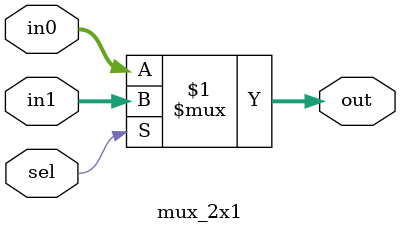
<source format=v>

module mux_2x1(
  sel,
  in0,
  in1,
  out
);

// *****************************************************************************
parameter LEN         = 8;

// *****************************************************************************
input                  sel;
input     [LEN-1 : 0]  in0;
input     [LEN-1 : 0]  in1;
output    [LEN-1 : 0]  out;

// *****************************************************************************
assign out = (sel) ? in1 : in0;

endmodule

</source>
